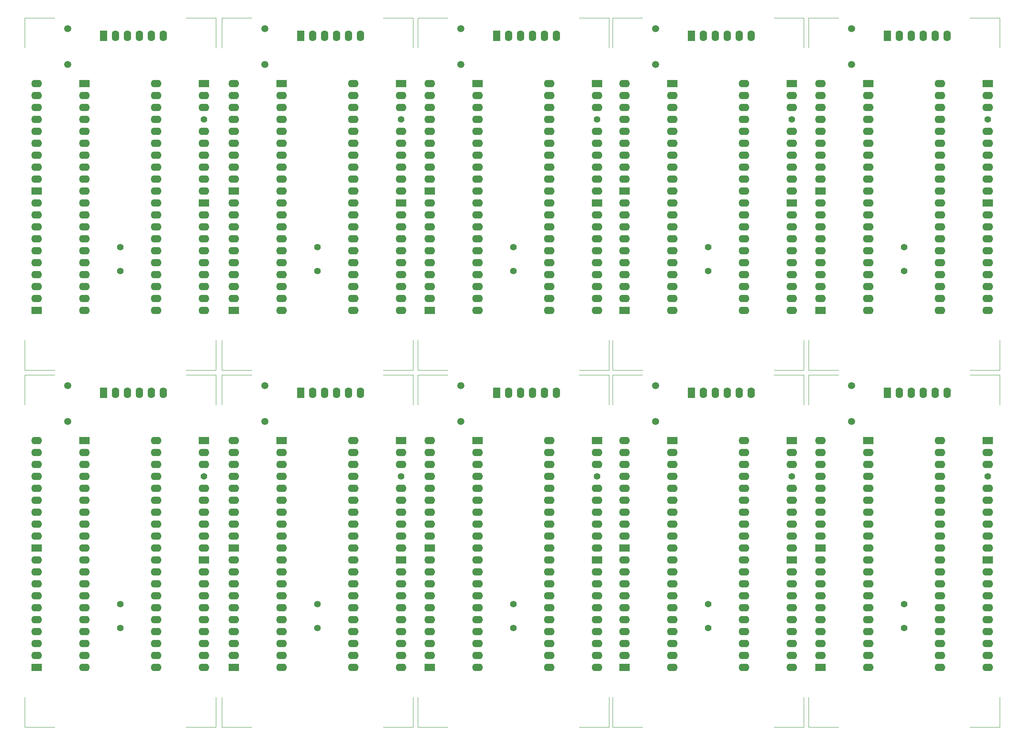
<source format=gbs>
G04 (created by PCBNEW (2013-07-07 BZR 4022)-stable) date 3/28/2015 9:54:39 PM*
%MOIN*%
G04 Gerber Fmt 3.4, Leading zero omitted, Abs format*
%FSLAX34Y34*%
G01*
G70*
G90*
G04 APERTURE LIST*
%ADD10C,0.00590551*%
%ADD11C,0.00393701*%
%ADD12C,0.0590551*%
%ADD13R,0.062X0.09*%
%ADD14O,0.062X0.09*%
%ADD15R,0.09X0.062*%
%ADD16O,0.09X0.062*%
%ADD17C,0.055*%
%ADD18C,0.056*%
G04 APERTURE END LIST*
G54D10*
G54D11*
X88900Y-24900D02*
X88900Y-27400D01*
X88900Y-24900D02*
X91400Y-24900D01*
X88900Y-54400D02*
X88900Y-51900D01*
X88900Y-54400D02*
X91400Y-54400D01*
X104900Y-54400D02*
X102400Y-54400D01*
X104900Y-54400D02*
X104900Y-51900D01*
X104900Y-24900D02*
X104900Y-27400D01*
X104900Y-24900D02*
X102400Y-24900D01*
X105300Y-24900D02*
X105300Y-27400D01*
X105300Y-24900D02*
X107800Y-24900D01*
X105300Y-54400D02*
X105300Y-51900D01*
X105300Y-54400D02*
X107800Y-54400D01*
X121300Y-54400D02*
X118800Y-54400D01*
X121300Y-54400D02*
X121300Y-51900D01*
X121300Y-24900D02*
X121300Y-27400D01*
X121300Y-24900D02*
X118800Y-24900D01*
X105300Y-54800D02*
X105300Y-57300D01*
X105300Y-54800D02*
X107800Y-54800D01*
X105300Y-84300D02*
X105300Y-81800D01*
X105300Y-84300D02*
X107800Y-84300D01*
X121300Y-84300D02*
X118800Y-84300D01*
X121300Y-84300D02*
X121300Y-81800D01*
X121300Y-54800D02*
X121300Y-57300D01*
X121300Y-54800D02*
X118800Y-54800D01*
X88900Y-54800D02*
X88900Y-57300D01*
X88900Y-54800D02*
X91400Y-54800D01*
X88900Y-84300D02*
X88900Y-81800D01*
X88900Y-84300D02*
X91400Y-84300D01*
X104900Y-84300D02*
X102400Y-84300D01*
X104900Y-84300D02*
X104900Y-81800D01*
X104900Y-54800D02*
X104900Y-57300D01*
X104900Y-54800D02*
X102400Y-54800D01*
X72600Y-24900D02*
X72600Y-27400D01*
X72600Y-24900D02*
X75100Y-24900D01*
X72600Y-54400D02*
X72600Y-51900D01*
X72600Y-54400D02*
X75100Y-54400D01*
X88600Y-54400D02*
X86100Y-54400D01*
X88600Y-54400D02*
X88600Y-51900D01*
X88600Y-24900D02*
X88600Y-27400D01*
X88600Y-24900D02*
X86100Y-24900D01*
X39700Y-54800D02*
X39700Y-57300D01*
X39700Y-54800D02*
X42200Y-54800D01*
X39700Y-84300D02*
X39700Y-81800D01*
X39700Y-84300D02*
X42200Y-84300D01*
X55700Y-84300D02*
X53200Y-84300D01*
X55700Y-84300D02*
X55700Y-81800D01*
X55700Y-54800D02*
X55700Y-57300D01*
X55700Y-54800D02*
X53200Y-54800D01*
X72600Y-54800D02*
X72600Y-57300D01*
X72600Y-54800D02*
X75100Y-54800D01*
X72600Y-84300D02*
X72600Y-81800D01*
X72600Y-84300D02*
X75100Y-84300D01*
X88600Y-84300D02*
X86100Y-84300D01*
X88600Y-84300D02*
X88600Y-81800D01*
X88600Y-54800D02*
X88600Y-57300D01*
X88600Y-54800D02*
X86100Y-54800D01*
X39700Y-24900D02*
X39700Y-27400D01*
X39700Y-24900D02*
X42200Y-24900D01*
X39700Y-54400D02*
X39700Y-51900D01*
X39700Y-54400D02*
X42200Y-54400D01*
X55700Y-54400D02*
X53200Y-54400D01*
X55700Y-54400D02*
X55700Y-51900D01*
X55700Y-24900D02*
X55700Y-27400D01*
X55700Y-24900D02*
X53200Y-24900D01*
X56200Y-54800D02*
X56200Y-57300D01*
X56200Y-54800D02*
X58700Y-54800D01*
X56200Y-84300D02*
X56200Y-81800D01*
X56200Y-84300D02*
X58700Y-84300D01*
X72200Y-84300D02*
X69700Y-84300D01*
X72200Y-84300D02*
X72200Y-81800D01*
X72200Y-54800D02*
X72200Y-57300D01*
X72200Y-54800D02*
X69700Y-54800D01*
X56200Y-24900D02*
X56200Y-27400D01*
X56200Y-24900D02*
X58700Y-24900D01*
X56200Y-54400D02*
X56200Y-51900D01*
X56200Y-54400D02*
X58700Y-54400D01*
X72200Y-54400D02*
X69700Y-54400D01*
X72200Y-54400D02*
X72200Y-51900D01*
X72200Y-24900D02*
X72200Y-27400D01*
X72200Y-24900D02*
X69700Y-24900D01*
G54D12*
X92496Y-28800D03*
X92500Y-25804D03*
G54D13*
X95500Y-26400D03*
G54D14*
X96500Y-26400D03*
X97500Y-26400D03*
X98500Y-26400D03*
X99500Y-26400D03*
X100500Y-26400D03*
G54D15*
X89900Y-39400D03*
G54D16*
X89900Y-38400D03*
X89900Y-37400D03*
X89900Y-36400D03*
X89900Y-35400D03*
X89900Y-34400D03*
X89900Y-33400D03*
X89900Y-32400D03*
X89900Y-31400D03*
X89900Y-30400D03*
G54D15*
X89900Y-49400D03*
G54D16*
X89900Y-48400D03*
X89900Y-47400D03*
X89900Y-46400D03*
X89900Y-45400D03*
X89900Y-44400D03*
X89900Y-43400D03*
X89900Y-42400D03*
X89900Y-41400D03*
X89900Y-40400D03*
G54D15*
X103900Y-40400D03*
G54D16*
X103900Y-41400D03*
X103900Y-42400D03*
X103900Y-43400D03*
X103900Y-44400D03*
X103900Y-45400D03*
X103900Y-46400D03*
X103900Y-47400D03*
X103900Y-48400D03*
X103900Y-49400D03*
G54D15*
X103900Y-30400D03*
G54D16*
X103900Y-31400D03*
X103900Y-32400D03*
G54D17*
X103900Y-33400D03*
G54D16*
X103900Y-34400D03*
X103900Y-35400D03*
X103900Y-36400D03*
X103900Y-37400D03*
X103900Y-38400D03*
X103900Y-39400D03*
G54D18*
X96900Y-46100D03*
X96900Y-44100D03*
G54D15*
X93900Y-30400D03*
G54D16*
X93900Y-31400D03*
X93900Y-32400D03*
X93900Y-33400D03*
X93900Y-34400D03*
X93900Y-35400D03*
X93900Y-36400D03*
X93900Y-37400D03*
X93900Y-38400D03*
X93900Y-39400D03*
X93900Y-40400D03*
X93900Y-41400D03*
X93900Y-42400D03*
X93900Y-43400D03*
X93900Y-44400D03*
X93900Y-45400D03*
X93900Y-46400D03*
X93900Y-47400D03*
X93900Y-48400D03*
X93900Y-49400D03*
X99900Y-49400D03*
X99900Y-48400D03*
X99900Y-47400D03*
X99900Y-46400D03*
X99900Y-45400D03*
X99900Y-44400D03*
X99900Y-43400D03*
X99900Y-42400D03*
X99900Y-41400D03*
X99900Y-40400D03*
X99900Y-39400D03*
X99900Y-38400D03*
X99900Y-37400D03*
X99900Y-36400D03*
X99900Y-35400D03*
X99900Y-34400D03*
X99900Y-33400D03*
X99900Y-32400D03*
X99900Y-31400D03*
X99900Y-30400D03*
G54D12*
X108896Y-28800D03*
X108900Y-25804D03*
G54D13*
X111900Y-26400D03*
G54D14*
X112900Y-26400D03*
X113900Y-26400D03*
X114900Y-26400D03*
X115900Y-26400D03*
X116900Y-26400D03*
G54D15*
X106300Y-39400D03*
G54D16*
X106300Y-38400D03*
X106300Y-37400D03*
X106300Y-36400D03*
X106300Y-35400D03*
X106300Y-34400D03*
X106300Y-33400D03*
X106300Y-32400D03*
X106300Y-31400D03*
X106300Y-30400D03*
G54D15*
X106300Y-49400D03*
G54D16*
X106300Y-48400D03*
X106300Y-47400D03*
X106300Y-46400D03*
X106300Y-45400D03*
X106300Y-44400D03*
X106300Y-43400D03*
X106300Y-42400D03*
X106300Y-41400D03*
X106300Y-40400D03*
G54D15*
X120300Y-40400D03*
G54D16*
X120300Y-41400D03*
X120300Y-42400D03*
X120300Y-43400D03*
X120300Y-44400D03*
X120300Y-45400D03*
X120300Y-46400D03*
X120300Y-47400D03*
X120300Y-48400D03*
X120300Y-49400D03*
G54D15*
X120300Y-30400D03*
G54D16*
X120300Y-31400D03*
X120300Y-32400D03*
G54D17*
X120300Y-33400D03*
G54D16*
X120300Y-34400D03*
X120300Y-35400D03*
X120300Y-36400D03*
X120300Y-37400D03*
X120300Y-38400D03*
X120300Y-39400D03*
G54D18*
X113300Y-46100D03*
X113300Y-44100D03*
G54D15*
X110300Y-30400D03*
G54D16*
X110300Y-31400D03*
X110300Y-32400D03*
X110300Y-33400D03*
X110300Y-34400D03*
X110300Y-35400D03*
X110300Y-36400D03*
X110300Y-37400D03*
X110300Y-38400D03*
X110300Y-39400D03*
X110300Y-40400D03*
X110300Y-41400D03*
X110300Y-42400D03*
X110300Y-43400D03*
X110300Y-44400D03*
X110300Y-45400D03*
X110300Y-46400D03*
X110300Y-47400D03*
X110300Y-48400D03*
X110300Y-49400D03*
X116300Y-49400D03*
X116300Y-48400D03*
X116300Y-47400D03*
X116300Y-46400D03*
X116300Y-45400D03*
X116300Y-44400D03*
X116300Y-43400D03*
X116300Y-42400D03*
X116300Y-41400D03*
X116300Y-40400D03*
X116300Y-39400D03*
X116300Y-38400D03*
X116300Y-37400D03*
X116300Y-36400D03*
X116300Y-35400D03*
X116300Y-34400D03*
X116300Y-33400D03*
X116300Y-32400D03*
X116300Y-31400D03*
X116300Y-30400D03*
G54D12*
X108896Y-58700D03*
X108900Y-55704D03*
G54D13*
X111900Y-56300D03*
G54D14*
X112900Y-56300D03*
X113900Y-56300D03*
X114900Y-56300D03*
X115900Y-56300D03*
X116900Y-56300D03*
G54D15*
X106300Y-69300D03*
G54D16*
X106300Y-68300D03*
X106300Y-67300D03*
X106300Y-66300D03*
X106300Y-65300D03*
X106300Y-64300D03*
X106300Y-63300D03*
X106300Y-62300D03*
X106300Y-61300D03*
X106300Y-60300D03*
G54D15*
X106300Y-79300D03*
G54D16*
X106300Y-78300D03*
X106300Y-77300D03*
X106300Y-76300D03*
X106300Y-75300D03*
X106300Y-74300D03*
X106300Y-73300D03*
X106300Y-72300D03*
X106300Y-71300D03*
X106300Y-70300D03*
G54D15*
X120300Y-70300D03*
G54D16*
X120300Y-71300D03*
X120300Y-72300D03*
X120300Y-73300D03*
X120300Y-74300D03*
X120300Y-75300D03*
X120300Y-76300D03*
X120300Y-77300D03*
X120300Y-78300D03*
X120300Y-79300D03*
G54D15*
X120300Y-60300D03*
G54D16*
X120300Y-61300D03*
X120300Y-62300D03*
G54D17*
X120300Y-63300D03*
G54D16*
X120300Y-64300D03*
X120300Y-65300D03*
X120300Y-66300D03*
X120300Y-67300D03*
X120300Y-68300D03*
X120300Y-69300D03*
G54D18*
X113300Y-76000D03*
X113300Y-74000D03*
G54D15*
X110300Y-60300D03*
G54D16*
X110300Y-61300D03*
X110300Y-62300D03*
X110300Y-63300D03*
X110300Y-64300D03*
X110300Y-65300D03*
X110300Y-66300D03*
X110300Y-67300D03*
X110300Y-68300D03*
X110300Y-69300D03*
X110300Y-70300D03*
X110300Y-71300D03*
X110300Y-72300D03*
X110300Y-73300D03*
X110300Y-74300D03*
X110300Y-75300D03*
X110300Y-76300D03*
X110300Y-77300D03*
X110300Y-78300D03*
X110300Y-79300D03*
X116300Y-79300D03*
X116300Y-78300D03*
X116300Y-77300D03*
X116300Y-76300D03*
X116300Y-75300D03*
X116300Y-74300D03*
X116300Y-73300D03*
X116300Y-72300D03*
X116300Y-71300D03*
X116300Y-70300D03*
X116300Y-69300D03*
X116300Y-68300D03*
X116300Y-67300D03*
X116300Y-66300D03*
X116300Y-65300D03*
X116300Y-64300D03*
X116300Y-63300D03*
X116300Y-62300D03*
X116300Y-61300D03*
X116300Y-60300D03*
G54D12*
X92496Y-58700D03*
X92500Y-55704D03*
G54D13*
X95500Y-56300D03*
G54D14*
X96500Y-56300D03*
X97500Y-56300D03*
X98500Y-56300D03*
X99500Y-56300D03*
X100500Y-56300D03*
G54D15*
X89900Y-69300D03*
G54D16*
X89900Y-68300D03*
X89900Y-67300D03*
X89900Y-66300D03*
X89900Y-65300D03*
X89900Y-64300D03*
X89900Y-63300D03*
X89900Y-62300D03*
X89900Y-61300D03*
X89900Y-60300D03*
G54D15*
X89900Y-79300D03*
G54D16*
X89900Y-78300D03*
X89900Y-77300D03*
X89900Y-76300D03*
X89900Y-75300D03*
X89900Y-74300D03*
X89900Y-73300D03*
X89900Y-72300D03*
X89900Y-71300D03*
X89900Y-70300D03*
G54D15*
X103900Y-70300D03*
G54D16*
X103900Y-71300D03*
X103900Y-72300D03*
X103900Y-73300D03*
X103900Y-74300D03*
X103900Y-75300D03*
X103900Y-76300D03*
X103900Y-77300D03*
X103900Y-78300D03*
X103900Y-79300D03*
G54D15*
X103900Y-60300D03*
G54D16*
X103900Y-61300D03*
X103900Y-62300D03*
G54D17*
X103900Y-63300D03*
G54D16*
X103900Y-64300D03*
X103900Y-65300D03*
X103900Y-66300D03*
X103900Y-67300D03*
X103900Y-68300D03*
X103900Y-69300D03*
G54D18*
X96900Y-76000D03*
X96900Y-74000D03*
G54D15*
X93900Y-60300D03*
G54D16*
X93900Y-61300D03*
X93900Y-62300D03*
X93900Y-63300D03*
X93900Y-64300D03*
X93900Y-65300D03*
X93900Y-66300D03*
X93900Y-67300D03*
X93900Y-68300D03*
X93900Y-69300D03*
X93900Y-70300D03*
X93900Y-71300D03*
X93900Y-72300D03*
X93900Y-73300D03*
X93900Y-74300D03*
X93900Y-75300D03*
X93900Y-76300D03*
X93900Y-77300D03*
X93900Y-78300D03*
X93900Y-79300D03*
X99900Y-79300D03*
X99900Y-78300D03*
X99900Y-77300D03*
X99900Y-76300D03*
X99900Y-75300D03*
X99900Y-74300D03*
X99900Y-73300D03*
X99900Y-72300D03*
X99900Y-71300D03*
X99900Y-70300D03*
X99900Y-69300D03*
X99900Y-68300D03*
X99900Y-67300D03*
X99900Y-66300D03*
X99900Y-65300D03*
X99900Y-64300D03*
X99900Y-63300D03*
X99900Y-62300D03*
X99900Y-61300D03*
X99900Y-60300D03*
G54D12*
X76196Y-28800D03*
X76200Y-25804D03*
G54D13*
X79200Y-26400D03*
G54D14*
X80200Y-26400D03*
X81200Y-26400D03*
X82200Y-26400D03*
X83200Y-26400D03*
X84200Y-26400D03*
G54D15*
X73600Y-39400D03*
G54D16*
X73600Y-38400D03*
X73600Y-37400D03*
X73600Y-36400D03*
X73600Y-35400D03*
X73600Y-34400D03*
X73600Y-33400D03*
X73600Y-32400D03*
X73600Y-31400D03*
X73600Y-30400D03*
G54D15*
X73600Y-49400D03*
G54D16*
X73600Y-48400D03*
X73600Y-47400D03*
X73600Y-46400D03*
X73600Y-45400D03*
X73600Y-44400D03*
X73600Y-43400D03*
X73600Y-42400D03*
X73600Y-41400D03*
X73600Y-40400D03*
G54D15*
X87600Y-40400D03*
G54D16*
X87600Y-41400D03*
X87600Y-42400D03*
X87600Y-43400D03*
X87600Y-44400D03*
X87600Y-45400D03*
X87600Y-46400D03*
X87600Y-47400D03*
X87600Y-48400D03*
X87600Y-49400D03*
G54D15*
X87600Y-30400D03*
G54D16*
X87600Y-31400D03*
X87600Y-32400D03*
G54D17*
X87600Y-33400D03*
G54D16*
X87600Y-34400D03*
X87600Y-35400D03*
X87600Y-36400D03*
X87600Y-37400D03*
X87600Y-38400D03*
X87600Y-39400D03*
G54D18*
X80600Y-46100D03*
X80600Y-44100D03*
G54D15*
X77600Y-30400D03*
G54D16*
X77600Y-31400D03*
X77600Y-32400D03*
X77600Y-33400D03*
X77600Y-34400D03*
X77600Y-35400D03*
X77600Y-36400D03*
X77600Y-37400D03*
X77600Y-38400D03*
X77600Y-39400D03*
X77600Y-40400D03*
X77600Y-41400D03*
X77600Y-42400D03*
X77600Y-43400D03*
X77600Y-44400D03*
X77600Y-45400D03*
X77600Y-46400D03*
X77600Y-47400D03*
X77600Y-48400D03*
X77600Y-49400D03*
X83600Y-49400D03*
X83600Y-48400D03*
X83600Y-47400D03*
X83600Y-46400D03*
X83600Y-45400D03*
X83600Y-44400D03*
X83600Y-43400D03*
X83600Y-42400D03*
X83600Y-41400D03*
X83600Y-40400D03*
X83600Y-39400D03*
X83600Y-38400D03*
X83600Y-37400D03*
X83600Y-36400D03*
X83600Y-35400D03*
X83600Y-34400D03*
X83600Y-33400D03*
X83600Y-32400D03*
X83600Y-31400D03*
X83600Y-30400D03*
G54D12*
X43296Y-58700D03*
X43300Y-55704D03*
G54D13*
X46300Y-56300D03*
G54D14*
X47300Y-56300D03*
X48300Y-56300D03*
X49300Y-56300D03*
X50300Y-56300D03*
X51300Y-56300D03*
G54D15*
X40700Y-69300D03*
G54D16*
X40700Y-68300D03*
X40700Y-67300D03*
X40700Y-66300D03*
X40700Y-65300D03*
X40700Y-64300D03*
X40700Y-63300D03*
X40700Y-62300D03*
X40700Y-61300D03*
X40700Y-60300D03*
G54D15*
X40700Y-79300D03*
G54D16*
X40700Y-78300D03*
X40700Y-77300D03*
X40700Y-76300D03*
X40700Y-75300D03*
X40700Y-74300D03*
X40700Y-73300D03*
X40700Y-72300D03*
X40700Y-71300D03*
X40700Y-70300D03*
G54D15*
X54700Y-70300D03*
G54D16*
X54700Y-71300D03*
X54700Y-72300D03*
X54700Y-73300D03*
X54700Y-74300D03*
X54700Y-75300D03*
X54700Y-76300D03*
X54700Y-77300D03*
X54700Y-78300D03*
X54700Y-79300D03*
G54D15*
X54700Y-60300D03*
G54D16*
X54700Y-61300D03*
X54700Y-62300D03*
G54D17*
X54700Y-63300D03*
G54D16*
X54700Y-64300D03*
X54700Y-65300D03*
X54700Y-66300D03*
X54700Y-67300D03*
X54700Y-68300D03*
X54700Y-69300D03*
G54D18*
X47700Y-76000D03*
X47700Y-74000D03*
G54D15*
X44700Y-60300D03*
G54D16*
X44700Y-61300D03*
X44700Y-62300D03*
X44700Y-63300D03*
X44700Y-64300D03*
X44700Y-65300D03*
X44700Y-66300D03*
X44700Y-67300D03*
X44700Y-68300D03*
X44700Y-69300D03*
X44700Y-70300D03*
X44700Y-71300D03*
X44700Y-72300D03*
X44700Y-73300D03*
X44700Y-74300D03*
X44700Y-75300D03*
X44700Y-76300D03*
X44700Y-77300D03*
X44700Y-78300D03*
X44700Y-79300D03*
X50700Y-79300D03*
X50700Y-78300D03*
X50700Y-77300D03*
X50700Y-76300D03*
X50700Y-75300D03*
X50700Y-74300D03*
X50700Y-73300D03*
X50700Y-72300D03*
X50700Y-71300D03*
X50700Y-70300D03*
X50700Y-69300D03*
X50700Y-68300D03*
X50700Y-67300D03*
X50700Y-66300D03*
X50700Y-65300D03*
X50700Y-64300D03*
X50700Y-63300D03*
X50700Y-62300D03*
X50700Y-61300D03*
X50700Y-60300D03*
G54D12*
X76196Y-58700D03*
X76200Y-55704D03*
G54D13*
X79200Y-56300D03*
G54D14*
X80200Y-56300D03*
X81200Y-56300D03*
X82200Y-56300D03*
X83200Y-56300D03*
X84200Y-56300D03*
G54D15*
X73600Y-69300D03*
G54D16*
X73600Y-68300D03*
X73600Y-67300D03*
X73600Y-66300D03*
X73600Y-65300D03*
X73600Y-64300D03*
X73600Y-63300D03*
X73600Y-62300D03*
X73600Y-61300D03*
X73600Y-60300D03*
G54D15*
X73600Y-79300D03*
G54D16*
X73600Y-78300D03*
X73600Y-77300D03*
X73600Y-76300D03*
X73600Y-75300D03*
X73600Y-74300D03*
X73600Y-73300D03*
X73600Y-72300D03*
X73600Y-71300D03*
X73600Y-70300D03*
G54D15*
X87600Y-70300D03*
G54D16*
X87600Y-71300D03*
X87600Y-72300D03*
X87600Y-73300D03*
X87600Y-74300D03*
X87600Y-75300D03*
X87600Y-76300D03*
X87600Y-77300D03*
X87600Y-78300D03*
X87600Y-79300D03*
G54D15*
X87600Y-60300D03*
G54D16*
X87600Y-61300D03*
X87600Y-62300D03*
G54D17*
X87600Y-63300D03*
G54D16*
X87600Y-64300D03*
X87600Y-65300D03*
X87600Y-66300D03*
X87600Y-67300D03*
X87600Y-68300D03*
X87600Y-69300D03*
G54D18*
X80600Y-76000D03*
X80600Y-74000D03*
G54D15*
X77600Y-60300D03*
G54D16*
X77600Y-61300D03*
X77600Y-62300D03*
X77600Y-63300D03*
X77600Y-64300D03*
X77600Y-65300D03*
X77600Y-66300D03*
X77600Y-67300D03*
X77600Y-68300D03*
X77600Y-69300D03*
X77600Y-70300D03*
X77600Y-71300D03*
X77600Y-72300D03*
X77600Y-73300D03*
X77600Y-74300D03*
X77600Y-75300D03*
X77600Y-76300D03*
X77600Y-77300D03*
X77600Y-78300D03*
X77600Y-79300D03*
X83600Y-79300D03*
X83600Y-78300D03*
X83600Y-77300D03*
X83600Y-76300D03*
X83600Y-75300D03*
X83600Y-74300D03*
X83600Y-73300D03*
X83600Y-72300D03*
X83600Y-71300D03*
X83600Y-70300D03*
X83600Y-69300D03*
X83600Y-68300D03*
X83600Y-67300D03*
X83600Y-66300D03*
X83600Y-65300D03*
X83600Y-64300D03*
X83600Y-63300D03*
X83600Y-62300D03*
X83600Y-61300D03*
X83600Y-60300D03*
G54D12*
X43296Y-28800D03*
X43300Y-25804D03*
G54D13*
X46300Y-26400D03*
G54D14*
X47300Y-26400D03*
X48300Y-26400D03*
X49300Y-26400D03*
X50300Y-26400D03*
X51300Y-26400D03*
G54D15*
X40700Y-39400D03*
G54D16*
X40700Y-38400D03*
X40700Y-37400D03*
X40700Y-36400D03*
X40700Y-35400D03*
X40700Y-34400D03*
X40700Y-33400D03*
X40700Y-32400D03*
X40700Y-31400D03*
X40700Y-30400D03*
G54D15*
X40700Y-49400D03*
G54D16*
X40700Y-48400D03*
X40700Y-47400D03*
X40700Y-46400D03*
X40700Y-45400D03*
X40700Y-44400D03*
X40700Y-43400D03*
X40700Y-42400D03*
X40700Y-41400D03*
X40700Y-40400D03*
G54D15*
X54700Y-40400D03*
G54D16*
X54700Y-41400D03*
X54700Y-42400D03*
X54700Y-43400D03*
X54700Y-44400D03*
X54700Y-45400D03*
X54700Y-46400D03*
X54700Y-47400D03*
X54700Y-48400D03*
X54700Y-49400D03*
G54D15*
X54700Y-30400D03*
G54D16*
X54700Y-31400D03*
X54700Y-32400D03*
G54D17*
X54700Y-33400D03*
G54D16*
X54700Y-34400D03*
X54700Y-35400D03*
X54700Y-36400D03*
X54700Y-37400D03*
X54700Y-38400D03*
X54700Y-39400D03*
G54D18*
X47700Y-46100D03*
X47700Y-44100D03*
G54D15*
X44700Y-30400D03*
G54D16*
X44700Y-31400D03*
X44700Y-32400D03*
X44700Y-33400D03*
X44700Y-34400D03*
X44700Y-35400D03*
X44700Y-36400D03*
X44700Y-37400D03*
X44700Y-38400D03*
X44700Y-39400D03*
X44700Y-40400D03*
X44700Y-41400D03*
X44700Y-42400D03*
X44700Y-43400D03*
X44700Y-44400D03*
X44700Y-45400D03*
X44700Y-46400D03*
X44700Y-47400D03*
X44700Y-48400D03*
X44700Y-49400D03*
X50700Y-49400D03*
X50700Y-48400D03*
X50700Y-47400D03*
X50700Y-46400D03*
X50700Y-45400D03*
X50700Y-44400D03*
X50700Y-43400D03*
X50700Y-42400D03*
X50700Y-41400D03*
X50700Y-40400D03*
X50700Y-39400D03*
X50700Y-38400D03*
X50700Y-37400D03*
X50700Y-36400D03*
X50700Y-35400D03*
X50700Y-34400D03*
X50700Y-33400D03*
X50700Y-32400D03*
X50700Y-31400D03*
X50700Y-30400D03*
G54D12*
X59796Y-58700D03*
X59800Y-55704D03*
G54D13*
X62800Y-56300D03*
G54D14*
X63800Y-56300D03*
X64800Y-56300D03*
X65800Y-56300D03*
X66800Y-56300D03*
X67800Y-56300D03*
G54D15*
X57200Y-69300D03*
G54D16*
X57200Y-68300D03*
X57200Y-67300D03*
X57200Y-66300D03*
X57200Y-65300D03*
X57200Y-64300D03*
X57200Y-63300D03*
X57200Y-62300D03*
X57200Y-61300D03*
X57200Y-60300D03*
G54D15*
X57200Y-79300D03*
G54D16*
X57200Y-78300D03*
X57200Y-77300D03*
X57200Y-76300D03*
X57200Y-75300D03*
X57200Y-74300D03*
X57200Y-73300D03*
X57200Y-72300D03*
X57200Y-71300D03*
X57200Y-70300D03*
G54D15*
X71200Y-70300D03*
G54D16*
X71200Y-71300D03*
X71200Y-72300D03*
X71200Y-73300D03*
X71200Y-74300D03*
X71200Y-75300D03*
X71200Y-76300D03*
X71200Y-77300D03*
X71200Y-78300D03*
X71200Y-79300D03*
G54D15*
X71200Y-60300D03*
G54D16*
X71200Y-61300D03*
X71200Y-62300D03*
G54D17*
X71200Y-63300D03*
G54D16*
X71200Y-64300D03*
X71200Y-65300D03*
X71200Y-66300D03*
X71200Y-67300D03*
X71200Y-68300D03*
X71200Y-69300D03*
G54D18*
X64200Y-76000D03*
X64200Y-74000D03*
G54D15*
X61200Y-60300D03*
G54D16*
X61200Y-61300D03*
X61200Y-62300D03*
X61200Y-63300D03*
X61200Y-64300D03*
X61200Y-65300D03*
X61200Y-66300D03*
X61200Y-67300D03*
X61200Y-68300D03*
X61200Y-69300D03*
X61200Y-70300D03*
X61200Y-71300D03*
X61200Y-72300D03*
X61200Y-73300D03*
X61200Y-74300D03*
X61200Y-75300D03*
X61200Y-76300D03*
X61200Y-77300D03*
X61200Y-78300D03*
X61200Y-79300D03*
X67200Y-79300D03*
X67200Y-78300D03*
X67200Y-77300D03*
X67200Y-76300D03*
X67200Y-75300D03*
X67200Y-74300D03*
X67200Y-73300D03*
X67200Y-72300D03*
X67200Y-71300D03*
X67200Y-70300D03*
X67200Y-69300D03*
X67200Y-68300D03*
X67200Y-67300D03*
X67200Y-66300D03*
X67200Y-65300D03*
X67200Y-64300D03*
X67200Y-63300D03*
X67200Y-62300D03*
X67200Y-61300D03*
X67200Y-60300D03*
G54D12*
X59796Y-28800D03*
X59800Y-25804D03*
G54D13*
X62800Y-26400D03*
G54D14*
X63800Y-26400D03*
X64800Y-26400D03*
X65800Y-26400D03*
X66800Y-26400D03*
X67800Y-26400D03*
G54D15*
X57200Y-39400D03*
G54D16*
X57200Y-38400D03*
X57200Y-37400D03*
X57200Y-36400D03*
X57200Y-35400D03*
X57200Y-34400D03*
X57200Y-33400D03*
X57200Y-32400D03*
X57200Y-31400D03*
X57200Y-30400D03*
G54D15*
X57200Y-49400D03*
G54D16*
X57200Y-48400D03*
X57200Y-47400D03*
X57200Y-46400D03*
X57200Y-45400D03*
X57200Y-44400D03*
X57200Y-43400D03*
X57200Y-42400D03*
X57200Y-41400D03*
X57200Y-40400D03*
G54D15*
X71200Y-40400D03*
G54D16*
X71200Y-41400D03*
X71200Y-42400D03*
X71200Y-43400D03*
X71200Y-44400D03*
X71200Y-45400D03*
X71200Y-46400D03*
X71200Y-47400D03*
X71200Y-48400D03*
X71200Y-49400D03*
G54D15*
X71200Y-30400D03*
G54D16*
X71200Y-31400D03*
X71200Y-32400D03*
G54D17*
X71200Y-33400D03*
G54D16*
X71200Y-34400D03*
X71200Y-35400D03*
X71200Y-36400D03*
X71200Y-37400D03*
X71200Y-38400D03*
X71200Y-39400D03*
G54D18*
X64200Y-46100D03*
X64200Y-44100D03*
G54D15*
X61200Y-30400D03*
G54D16*
X61200Y-31400D03*
X61200Y-32400D03*
X61200Y-33400D03*
X61200Y-34400D03*
X61200Y-35400D03*
X61200Y-36400D03*
X61200Y-37400D03*
X61200Y-38400D03*
X61200Y-39400D03*
X61200Y-40400D03*
X61200Y-41400D03*
X61200Y-42400D03*
X61200Y-43400D03*
X61200Y-44400D03*
X61200Y-45400D03*
X61200Y-46400D03*
X61200Y-47400D03*
X61200Y-48400D03*
X61200Y-49400D03*
X67200Y-49400D03*
X67200Y-48400D03*
X67200Y-47400D03*
X67200Y-46400D03*
X67200Y-45400D03*
X67200Y-44400D03*
X67200Y-43400D03*
X67200Y-42400D03*
X67200Y-41400D03*
X67200Y-40400D03*
X67200Y-39400D03*
X67200Y-38400D03*
X67200Y-37400D03*
X67200Y-36400D03*
X67200Y-35400D03*
X67200Y-34400D03*
X67200Y-33400D03*
X67200Y-32400D03*
X67200Y-31400D03*
X67200Y-30400D03*
M02*

</source>
